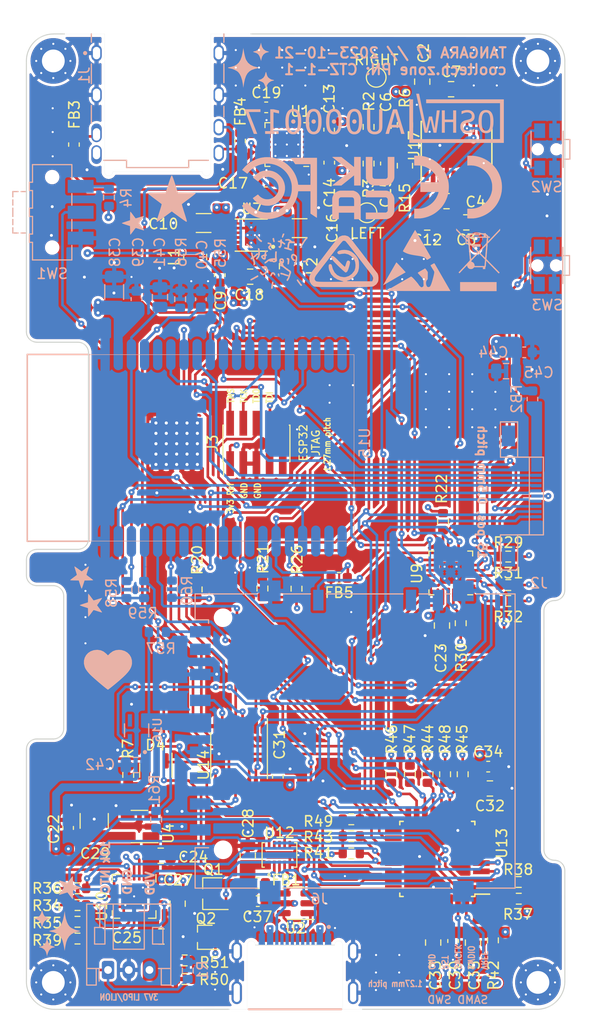
<source format=kicad_pcb>
(kicad_pcb (version 20221018) (generator pcbnew)

  (general
    (thickness 1.566672)
  )

  (paper "A4")
  (title_block
    (comment 4 "AISLER Project ID: ATEUINQR")
  )

  (layers
    (0 "F.Cu" signal)
    (1 "In1.Cu" signal)
    (2 "In2.Cu" signal)
    (31 "B.Cu" signal)
    (32 "B.Adhes" user "B.Adhesive")
    (33 "F.Adhes" user "F.Adhesive")
    (34 "B.Paste" user)
    (35 "F.Paste" user)
    (36 "B.SilkS" user "B.Silkscreen")
    (37 "F.SilkS" user "F.Silkscreen")
    (38 "B.Mask" user)
    (39 "F.Mask" user)
    (40 "Dwgs.User" user "User.Drawings")
    (41 "Cmts.User" user "User.Comments")
    (42 "Eco1.User" user "User.Eco1")
    (43 "Eco2.User" user "User.Eco2")
    (44 "Edge.Cuts" user)
    (45 "Margin" user)
    (46 "B.CrtYd" user "B.Courtyard")
    (47 "F.CrtYd" user "F.Courtyard")
    (48 "B.Fab" user)
    (49 "F.Fab" user)
    (50 "User.1" user)
    (51 "User.2" user)
    (52 "User.3" user)
    (53 "User.4" user)
    (54 "User.5" user)
    (55 "User.6" user)
    (56 "User.7" user)
    (57 "User.8" user)
    (58 "User.9" user)
  )

  (setup
    (stackup
      (layer "F.SilkS" (type "Top Silk Screen") (color "White"))
      (layer "F.Paste" (type "Top Solder Paste"))
      (layer "F.Mask" (type "Top Solder Mask") (color "Purple") (thickness 0.0254))
      (layer "F.Cu" (type "copper") (thickness 0.04318))
      (layer "dielectric 1" (type "prepreg") (thickness 0.202184) (material "FR408-HR") (epsilon_r 3.69) (loss_tangent 0.0091))
      (layer "In1.Cu" (type "copper") (thickness 0.017272))
      (layer "dielectric 2" (type "core") (thickness 0.9906) (material "FR408-HR") (epsilon_r 3.69) (loss_tangent 0.0091))
      (layer "In2.Cu" (type "copper") (thickness 0.017272))
      (layer "dielectric 3" (type "prepreg") (thickness 0.202184) (material "FR408-HR") (epsilon_r 3.69) (loss_tangent 0.0091))
      (layer "B.Cu" (type "copper") (thickness 0.04318))
      (layer "B.Mask" (type "Bottom Solder Mask") (color "Purple") (thickness 0.0254))
      (layer "B.Paste" (type "Bottom Solder Paste"))
      (layer "B.SilkS" (type "Bottom Silk Screen") (color "White"))
      (copper_finish "None")
      (dielectric_constraints no)
    )
    (pad_to_mask_clearance 0)
    (aux_axis_origin 117.25 51)
    (pcbplotparams
      (layerselection 0x00010fc_ffffffff)
      (plot_on_all_layers_selection 0x0000000_00000000)
      (disableapertmacros false)
      (usegerberextensions true)
      (usegerberattributes true)
      (usegerberadvancedattributes true)
      (creategerberjobfile true)
      (dashed_line_dash_ratio 12.000000)
      (dashed_line_gap_ratio 3.000000)
      (svgprecision 6)
      (plotframeref false)
      (viasonmask false)
      (mode 1)
      (useauxorigin false)
      (hpglpennumber 1)
      (hpglpenspeed 20)
      (hpglpendiameter 15.000000)
      (dxfpolygonmode true)
      (dxfimperialunits true)
      (dxfusepcbnewfont true)
      (psnegative false)
      (psa4output false)
      (plotreference true)
      (plotvalue true)
      (plotinvisibletext false)
      (sketchpadsonfab false)
      (subtractmaskfromsilk false)
      (outputformat 1)
      (mirror false)
      (drillshape 0)
      (scaleselection 1)
      (outputdirectory "gerbers2")
    )
  )

  (net 0 "")
  (net 1 "GND")
  (net 2 "/ESP_EN")
  (net 3 "BAT_LEVEL")
  (net 4 "SYS_POWER")
  (net 5 "USB.DP")
  (net 6 "USB.DN")
  (net 7 "3.5mm_DETECT")
  (net 8 "/JTAG.TMS")
  (net 9 "/JTAG.TCK")
  (net 10 "/JTAG.TDO")
  (net 11 "/JTAG.TDI")
  (net 12 "/SWD.SWDIO")
  (net 13 "/SWD.SWCLK")
  (net 14 "/SWD.RESET")
  (net 15 "/Power/NTC")
  (net 16 "~{CHG_PWR_OK}")
  (net 17 "I2C.SCL")
  (net 18 "VBUS")
  (net 19 "I2C.SDA")
  (net 20 "ESP_SPI.PICO")
  (net 21 "/Peripherals/~{DISPLAY_RST}")
  (net 22 "ESP_SPI.SCLK")
  (net 23 "ESP_SPI.DISPLAY_CS")
  (net 24 "DISPLAY_LED_EN")
  (net 25 "/ESP_BOOT")
  (net 26 "~{SD_VDD_EN}")
  (net 27 "/UART.ESP.TX")
  (net 28 "ESP_SPI.POCI")
  (net 29 "DAC.DATA")
  (net 30 "DAC.BCK")
  (net 31 "ESP_SPI.SD_CS")
  (net 32 "DAC.LRCK")
  (net 33 "SAMD_SPI.POCI")
  (net 34 "/UART.ESP.RX")
  (net 35 "SAMD_SPI.CS")
  (net 36 "SAMD_SPI.PICO")
  (net 37 "/~{SAMD_INT}")
  (net 38 "SAMD_SPI.SCLK")
  (net 39 "CHG_SEL")
  (net 40 "AMP_EN")
  (net 41 "/Power/VBUS_SWITCHED")
  (net 42 "~{GPIO_INT}")
  (net 43 "USB_TCC0")
  (net 44 "USB_TCC1")
  (net 45 "KEY_LOCK")
  (net 46 "CHG_STAT1")
  (net 47 "CHG_STAT2")
  (net 48 "~{TOUCH_INT}")
  (net 49 "DISPLAY_DR")
  (net 50 "+3V3")
  (net 51 "+5VA")
  (net 52 "-5VA")
  (net 53 "KEY_VOL_UP")
  (net 54 "Net-(J7-Pin_3)")
  (net 55 "Net-(U1B-+)")
  (net 56 "KEY_VOL_DOWN")
  (net 57 "Net-(J4-CD{slash}DAT3)")
  (net 58 "Net-(J4-CMD)")
  (net 59 "Net-(J4-CLK)")
  (net 60 "Net-(J4-DAT0)")
  (net 61 "Net-(J4-DAT1)")
  (net 62 "Net-(J4-DAT2)")
  (net 63 "unconnected-(J1-Pad6)")
  (net 64 "Net-(J6-CC1)")
  (net 65 "Net-(J6-DP-PadA6)")
  (net 66 "Net-(J6-DN-PadA7)")
  (net 67 "Net-(U13-VDDCORE)")
  (net 68 "unconnected-(J3-UART_TX-Pad7)")
  (net 69 "unconnected-(J3-UART_RX-Pad9)")
  (net 70 "unconnected-(J3-nRst-Pad10)")
  (net 71 "unconnected-(J6-SBU1-PadA8)")
  (net 72 "unconnected-(J6-SBU2-PadB8)")
  (net 73 "Net-(U7-SWN)")
  (net 74 "Net-(U7-SWP)")
  (net 75 "Net-(Q1-G)")
  (net 76 "Net-(U1A-+)")
  (net 77 "Net-(U1A--)")
  (net 78 "Net-(C17-Pad2)")
  (net 79 "Net-(U1B--)")
  (net 80 "Net-(C19-Pad2)")
  (net 81 "Net-(U14E-~{OE})")
  (net 82 "Net-(U14E-S)")
  (net 83 "SYS_PWR_EN_SAMD")
  (net 84 "Net-(U10-CE)")
  (net 85 "Net-(U10-PROG3)")
  (net 86 "Net-(U10-PROG2)")
  (net 87 "Net-(U10-PROG1)")
  (net 88 "unconnected-(U1C-NC-Pad4)")
  (net 89 "unconnected-(U1-Pad6)")
  (net 90 "unconnected-(U1-Pad7)")
  (net 91 "unconnected-(U1-Pad8)")
  (net 92 "unconnected-(U1C-NC-Pad15)")
  (net 93 "AMP_MUTE")
  (net 94 "unconnected-(U12-ORIENT-Pad8)")
  (net 95 "unconnected-(U12-SWMONI-Pad9)")
  (net 96 "unconnected-(U15-I39{slash}NOINT-Pad5)")
  (net 97 "unconnected-(U15-SHD{slash}SD2-Pad17)")
  (net 98 "unconnected-(U15-SWP{slash}SD3-Pad18)")
  (net 99 "unconnected-(U15-SCS{slash}CMD-Pad19)")
  (net 100 "unconnected-(U15-SCK{slash}CLK-Pad20)")
  (net 101 "unconnected-(U15-SDO{slash}SD0-Pad21)")
  (net 102 "unconnected-(U15-SDI{slash}SD1-Pad22)")
  (net 103 "unconnected-(U15-IO16-Pad27)")
  (net 104 "unconnected-(U15-IO17-Pad28)")
  (net 105 "unconnected-(U15-NC-Pad32)")
  (net 106 "Net-(J2-Pin_13)")
  (net 107 "Net-(FB3-Pad2)")
  (net 108 "Net-(FB4-Pad2)")
  (net 109 "Net-(J4-VDD)")
  (net 110 "unconnected-(U16-NC-Pad4)")
  (net 111 "Net-(SW1-C)")
  (net 112 "Net-(Q1-S)")
  (net 113 "DAC.MCK")
  (net 114 "SD_CD")
  (net 115 "Net-(U17-CPCA)")
  (net 116 "Net-(U17-CPCB)")
  (net 117 "unconnected-(U1-Pad1)")
  (net 118 "Net-(U17-VMID)")
  (net 119 "Net-(U17-CPVOUTN)")
  (net 120 "unconnected-(U1-Pad23)")
  (net 121 "Net-(U17-LINEVOUTL)")
  (net 122 "Net-(U17-LINEVOUTR)")
  (net 123 "unconnected-(U1-Pad24)")
  (net 124 "unconnected-(U17-ZFLAG-Pad7)")
  (net 125 "unconnected-(U9-IO0_6-Pad7)")
  (net 126 "unconnected-(U9-IO1_4-Pad14)")
  (net 127 "unconnected-(U9-IO1_5-Pad15)")
  (net 128 "unconnected-(U9-IO1_6-Pad16)")
  (net 129 "unconnected-(U9-IO1_7-Pad17)")
  (net 130 "Net-(U4-EN)")
  (net 131 "unconnected-(U4-NC-Pad4)")
  (net 132 "unconnected-(U13-PA06-Pad7)")
  (net 133 "unconnected-(U13-PA27-Pad25)")
  (net 134 "unconnected-(U13-PA28-Pad27)")
  (net 135 "Net-(Q2-D)")
  (net 136 "Net-(J6-CC2)")
  (net 137 "unconnected-(U13-PA07-Pad8)")

  (footprint "Package_TO_SOT_SMD:TSOT-23" (layer "F.Cu") (at 135.476849 134.455179 180))

  (footprint "Package_TO_SOT_SMD:SOT-23-5" (layer "F.Cu") (at 128.415497 127.954481 180))

  (footprint "footprints:MountingHole_2.2mm_M2_Pad_Via2" (layer "F.Cu") (at 166.9 143))

  (footprint "Inductor_SMD:L_1008_2520Metric" (layer "F.Cu") (at 133.801417 72.973879 90))

  (footprint "Capacitor_SMD:C_0805_2012Metric" (layer "F.Cu") (at 130.473198 130.774567))

  (footprint "Resistor_SMD:R_0603_1608Metric" (layer "F.Cu") (at 122.434189 137.149989 180))

  (footprint "footprints:QFN-20-1EP_4x4mm_P0.5mm_EP2.5x2.5mm_ThermalVias2" (layer "F.Cu") (at 127.902083 134.695156 -90))

  (footprint "Capacitor_SMD:C_0805_2012Metric" (layer "F.Cu") (at 130.529632 138.571066))

  (footprint "Capacitor_SMD:C_0603_1608Metric" (layer "F.Cu") (at 152.216943 60.416276 -90))

  (footprint "Package_DFN_QFN:HVQFN-24-1EP_4x4mm_P0.5mm_EP2.1x2.1mm" (layer "F.Cu") (at 158.484595 103.47166 180))

  (footprint "Package_TO_SOT_SMD:SOT-23" (layer "F.Cu") (at 130.000805 122.549717 -90))

  (footprint "Resistor_SMD:R_0603_1608Metric" (layer "F.Cu") (at 148.873745 127.25515))

  (footprint "Capacitor_SMD:C_0603_1608Metric" (layer "F.Cu") (at 136.172745 74.724126 -90))

  (footprint "Resistor_SMD:R_0603_1608Metric" (layer "F.Cu") (at 165.049071 134.922126 180))

  (footprint "Resistor_SMD:R_0603_1608Metric" (layer "F.Cu") (at 159.445045 108.327463 90))

  (footprint "Capacitor_SMD:C_0603_1608Metric" (layer "F.Cu") (at 121.530086 128.089529 90))

  (footprint "Resistor_SMD:R_0603_1608Metric" (layer "F.Cu") (at 150.5451 60.416276 -90))

  (footprint "Capacitor_SMD:C_0603_1608Metric" (layer "F.Cu") (at 146.738191 60.685697 -90))

  (footprint "Resistor_SMD:R_0603_1608Metric" (layer "F.Cu") (at 165.050103 133.305697 180))

  (footprint "Capacitor_SMD:C_0603_1608Metric" (layer "F.Cu") (at 152.216095 63.952058 90))

  (footprint "footprints:BD91N01NUX-E2" (layer "F.Cu") (at 141.938445 130.694772 90))

  (footprint "Capacitor_SMD:C_0805_2012Metric" (layer "F.Cu") (at 159.982062 69.634671 180))

  (footprint "Resistor_SMD:R_0603_1608Metric" (layer "F.Cu") (at 122.434189 138.766966 180))

  (footprint "Capacitor_SMD:C_0805_2012Metric" (layer "F.Cu") (at 156.782387 139.153476 90))

  (footprint "Inductor_SMD:L_0603_1608Metric" (layer "F.Cu") (at 139.793489 133.408759 180))

  (footprint "Resistor_SMD:R_0603_1608Metric" (layer "F.Cu") (at 148.873745 130.546956))

  (footprint "Resistor_SMD:R_0805_2012Metric" (layer "F.Cu") (at 154.05507 60.232017 -90))

  (footprint "Capacitor_SMD:C_0603_1608Metric" (layer "F.Cu") (at 140.620589 65.704592 180))

  (footprint "Capacitor_SMD:C_0805_2012Metric" (layer "F.Cu") (at 132.103885 135.401996 -90))

  (footprint "Capacitor_SMD:C_0603_1608Metric" (layer "F.Cu") (at 139.845147 135.157118 180))

  (footprint "Resistor_SMD:R_0603_1608Metric" (layer "F.Cu") (at 157.736387 98.523188 90))

  (footprint "Capacitor_SMD:C_0805_2012Metric" (layer "F.Cu") (at 139.111897 74.874786))

  (footprint "Resistor_SMD:R_0603_1608Metric" (layer "F.Cu") (at 122.439406 135.533013))

  (footprint "Resistor_SMD:R_0603_1608Metric" (layer "F.Cu") (at 132.78644 140.877326))

  (footprint "Inductor_SMD:L_1008_2520Metric" (layer "F.Cu") (at 143.044904 73.86026 -90))

  (footprint "Capacitor_SMD:C_0805_2012Metric" (layer "F.Cu") (at 156.207041 69.648592 180))

  (footprint "Capacitor_SMD:C_0805_2012Metric" (layer "F.Cu") (at 158.07357 67.582319 180))

  (footprint "Resistor_SMD:R_0603_1608Metric" (layer "F.Cu") (at 162.554135 138.938126 -90))

  (footprint "Package_SO:TSSOP-16_4.4x5mm_P0.65mm" (layer "F.Cu") (at 138.037154 121.127252 -90))

  (footprint "Capacitor_SMD:C_0805_2012Metric" (layer "F.Cu") (at 158.513691 56.778764))

  (footprint "Inductor_SMD:L_0603_1608Metric" (layer "F.Cu") (at 138.136435 61.76766 -90))

  (footprint "Resistor_SMD:R_0603_1608Metric" (layer "F.Cu") (at 133.941895 105.064074 90))

  (footprint "Resistor_SMD:R_0603_1608Metric" (layer "F.Cu") (at 143.585559 104.993281 90))

  (footprint "Resistor_SMD:R_0603_1608Metric" (layer "F.Cu") (at 140.296114 104.976392 90))

  (footprint "Package_TO_SOT_SMD:SOT-23-6" (layer "F.Cu") (at 143.49511 135.363502 180))

  (footprint "Resistor_SMD:R_0603_1608Metric" (layer "F.Cu")
    (tstamp 99f049d5-4902-4c2b-8eb5-8e498cab8923)
    (at 132.76144 142.677326 180)
    (descr "Resistor SMD 0603 (1608 Metric), square (rectangular) end terminal, IPC_7351 nominal, (Body size source: IPC-SM-782 page 72, https://www.pcb-3d.com/wordpress/wp-content/uploads/ipc-sm-782a_amendment_1_and_2.pdf), generated with kicad-footprint-generator")
    (tags "resistor")
    (property "MPN" "AC0603FR-131ML")
    (property "PN" "")
    (property "Sheetfile" "power.kicad_sch")
    (property "Sheetname" "Power")
    (property "ki_description" "Resistor, small symbol")
    (property "ki_keywords" "R resistor")
    (path "/3e1bbe1f-2b0b-4dc2-a25f-c37315228fda/06a044c4-6490-472d-b30c-63eb5b83d6ea")
    (attr smd)
    (fp_text reference "R50" (at -2.873856 -0.064148 180) (layer "F.SilkS")
        (effects (font (size 1 1) (thickness 0.15)))
      (tstamp b845a1d5-0452-4822-8490-dbde38c640e4)
    )
    (fp_text value "1MΩ" (at 0 1.43) (layer "F.Fab")
        (effects (font (size 1 1) (thickness 0.15)))
      (tstamp 5fd838d9-90bb-445f-a186-7938ebcbe65f)
    )
    (fp_text user "${REFERENCE}" (at 0 0) (layer "F.Fab")
        (effects (font (size 0.4 0.4) (thickness 0.06)))
      (tstamp 720e70b3-f09c-4a87-b4ec-c23dfea069d3)
    )
    (fp_line (start -0.237258 -0.5225) (end 0.237258 -0.5225)
      (stroke (width 0.12) (type solid)) (layer "F.SilkS") (tstamp 2b9da697-d543-4e9c-9530-86e5062d39ee))
    (fp_line (start -0.237258 0.5225) (end 0.237258 0.5225)
      (stroke (width 0.12) (type solid)) (layer "F.SilkS") (tstamp 8dd56eab-4797-4d08-8ce5-8cc7266a3f4a))
    (fp_line (start -1.48 -0.73) (end 1.48 -0.73)
      (stroke (width 0.05) (type solid)) (layer "F.CrtYd") (tstamp 22aaf71a-2a55-49e8-9559-f7dcdf265310))
    (fp_line (start -1
... [3695152 chars truncated]
</source>
